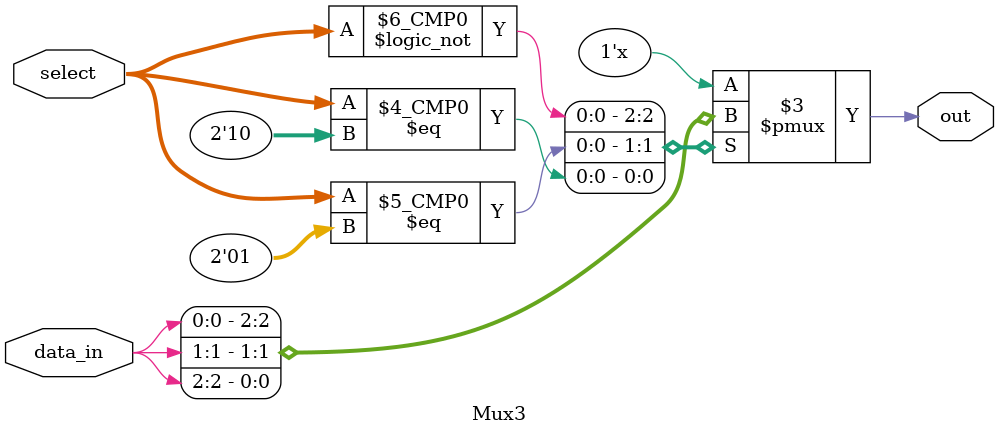
<source format=sv>
module Mux3(input [2:0] data_in, input [1:0] select, output reg out);

always @* begin
    case (select)
        2'b00: out = data_in[0];
        2'b01: out = data_in[1];
        2'b10: out = data_in[2];
        default: out = 1'bx; // En caso de que el selector esté fuera de rango
    endcase
end

endmodule

</source>
